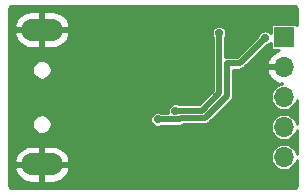
<source format=gbl>
%TF.GenerationSoftware,KiCad,Pcbnew,(5.1.10)-1*%
%TF.CreationDate,2021-07-14T15:21:13+08:00*%
%TF.ProjectId,usb-ttl,7573622d-7474-46c2-9e6b-696361645f70,rev?*%
%TF.SameCoordinates,Original*%
%TF.FileFunction,Copper,L2,Bot*%
%TF.FilePolarity,Positive*%
%FSLAX46Y46*%
G04 Gerber Fmt 4.6, Leading zero omitted, Abs format (unit mm)*
G04 Created by KiCad (PCBNEW (5.1.10)-1) date 2021-07-14 15:21:13*
%MOMM*%
%LPD*%
G01*
G04 APERTURE LIST*
%TA.AperFunction,ComponentPad*%
%ADD10O,1.700000X1.700000*%
%TD*%
%TA.AperFunction,ComponentPad*%
%ADD11R,1.700000X1.700000*%
%TD*%
%TA.AperFunction,ComponentPad*%
%ADD12O,3.500000X1.900000*%
%TD*%
%TA.AperFunction,ViaPad*%
%ADD13C,0.700000*%
%TD*%
%TA.AperFunction,Conductor*%
%ADD14C,0.500000*%
%TD*%
%TA.AperFunction,Conductor*%
%ADD15C,0.254000*%
%TD*%
%TA.AperFunction,Conductor*%
%ADD16C,0.100000*%
%TD*%
G04 APERTURE END LIST*
D10*
%TO.P,J2,5*%
%TO.N,+5V*%
X124200000Y-126080000D03*
%TO.P,J2,4*%
%TO.N,/TXD*%
X124200000Y-123540000D03*
%TO.P,J2,3*%
%TO.N,/RXD*%
X124200000Y-121000000D03*
%TO.P,J2,2*%
%TO.N,GND*%
X124200000Y-118460000D03*
D11*
%TO.P,J2,1*%
%TO.N,/RTS*%
X124200000Y-115920000D03*
%TD*%
D12*
%TO.P,J1,5*%
%TO.N,GND*%
X103700000Y-115300000D03*
X103700000Y-126700000D03*
%TD*%
D13*
%TO.N,+5V*%
X115000000Y-122150000D03*
X118700000Y-115600000D03*
%TO.N,/RTS*%
X113500000Y-122900000D03*
X122600000Y-116000000D03*
%TD*%
D14*
%TO.N,+5V*%
X118700000Y-120680748D02*
X118700000Y-115600000D01*
X117230748Y-122150000D02*
X118700000Y-120680748D01*
X115000000Y-122150000D02*
X117230748Y-122150000D01*
%TO.N,/RTS*%
X115459992Y-122800010D02*
X117499990Y-122800010D01*
X119350010Y-120949990D02*
X119350010Y-118149990D01*
X117499990Y-122800010D02*
X119350010Y-120949990D01*
X115360001Y-122900001D02*
X115459992Y-122800010D01*
X114639999Y-122900001D02*
X115360001Y-122900001D01*
X114619999Y-122880001D02*
X114639999Y-122900001D01*
X114600000Y-122900000D02*
X114619999Y-122880001D01*
X113500000Y-122900000D02*
X114600000Y-122900000D01*
X119350010Y-118149990D02*
X120450010Y-118149990D01*
X120450010Y-118149990D02*
X122600000Y-116000000D01*
%TD*%
D15*
%TO.N,GND*%
X125216870Y-113383130D02*
X125298001Y-113481988D01*
X125298001Y-114946362D01*
X125281431Y-114915363D01*
X125246816Y-114873184D01*
X125204637Y-114838569D01*
X125156516Y-114812847D01*
X125104301Y-114797008D01*
X125050000Y-114791660D01*
X123350000Y-114791660D01*
X123295699Y-114797008D01*
X123243484Y-114812847D01*
X123195363Y-114838569D01*
X123153184Y-114873184D01*
X123118569Y-114915363D01*
X123092847Y-114963484D01*
X123077008Y-115015699D01*
X123071660Y-115070000D01*
X123071660Y-115584948D01*
X122999689Y-115512977D01*
X122896996Y-115444360D01*
X122782889Y-115397095D01*
X122661754Y-115373000D01*
X122538246Y-115373000D01*
X122417111Y-115397095D01*
X122303004Y-115444360D01*
X122200311Y-115512977D01*
X122112977Y-115600311D01*
X122044360Y-115703004D01*
X121997095Y-115817111D01*
X121987038Y-115867672D01*
X120231721Y-117622990D01*
X119375891Y-117622990D01*
X119350010Y-117620441D01*
X119324129Y-117622990D01*
X119246700Y-117630616D01*
X119227000Y-117636592D01*
X119227000Y-115939859D01*
X119255640Y-115896996D01*
X119302905Y-115782889D01*
X119327000Y-115661754D01*
X119327000Y-115538246D01*
X119302905Y-115417111D01*
X119255640Y-115303004D01*
X119187023Y-115200311D01*
X119099689Y-115112977D01*
X118996996Y-115044360D01*
X118882889Y-114997095D01*
X118761754Y-114973000D01*
X118638246Y-114973000D01*
X118517111Y-114997095D01*
X118403004Y-115044360D01*
X118300311Y-115112977D01*
X118212977Y-115200311D01*
X118144360Y-115303004D01*
X118097095Y-115417111D01*
X118073000Y-115538246D01*
X118073000Y-115661754D01*
X118097095Y-115782889D01*
X118144360Y-115896996D01*
X118173001Y-115939860D01*
X118173000Y-120462458D01*
X117012459Y-121623000D01*
X115339859Y-121623000D01*
X115296996Y-121594360D01*
X115182889Y-121547095D01*
X115061754Y-121523000D01*
X114938246Y-121523000D01*
X114817111Y-121547095D01*
X114703004Y-121594360D01*
X114600311Y-121662977D01*
X114512977Y-121750311D01*
X114444360Y-121853004D01*
X114397095Y-121967111D01*
X114373000Y-122088246D01*
X114373000Y-122211754D01*
X114397095Y-122332889D01*
X114413710Y-122373000D01*
X113839859Y-122373000D01*
X113796996Y-122344360D01*
X113682889Y-122297095D01*
X113561754Y-122273000D01*
X113438246Y-122273000D01*
X113317111Y-122297095D01*
X113203004Y-122344360D01*
X113100311Y-122412977D01*
X113012977Y-122500311D01*
X112944360Y-122603004D01*
X112897095Y-122717111D01*
X112873000Y-122838246D01*
X112873000Y-122961754D01*
X112897095Y-123082889D01*
X112944360Y-123196996D01*
X113012977Y-123299689D01*
X113100311Y-123387023D01*
X113203004Y-123455640D01*
X113317111Y-123502905D01*
X113438246Y-123527000D01*
X113561754Y-123527000D01*
X113682889Y-123502905D01*
X113796996Y-123455640D01*
X113839859Y-123427000D01*
X114574119Y-123427000D01*
X114600000Y-123429549D01*
X114619995Y-123427580D01*
X114639998Y-123429550D01*
X114665876Y-123427001D01*
X115334120Y-123427001D01*
X115360001Y-123429550D01*
X115385882Y-123427001D01*
X115463311Y-123419375D01*
X115562651Y-123389240D01*
X115654203Y-123340305D01*
X115670403Y-123327010D01*
X117474109Y-123327010D01*
X117499990Y-123329559D01*
X117525871Y-123327010D01*
X117603300Y-123319384D01*
X117702640Y-123289249D01*
X117794192Y-123240314D01*
X117874438Y-123174458D01*
X117890945Y-123154344D01*
X119704349Y-121340941D01*
X119724458Y-121324438D01*
X119790314Y-121244192D01*
X119839249Y-121152640D01*
X119869384Y-121053300D01*
X119877010Y-120975871D01*
X119877010Y-120975869D01*
X119879559Y-120949991D01*
X119877010Y-120924113D01*
X119877010Y-118676990D01*
X120424129Y-118676990D01*
X120450010Y-118679539D01*
X120475891Y-118676990D01*
X120553320Y-118669364D01*
X120652660Y-118639229D01*
X120744212Y-118590294D01*
X120824458Y-118524438D01*
X120840965Y-118504324D01*
X122732328Y-116612962D01*
X122782889Y-116602905D01*
X122896996Y-116555640D01*
X122999689Y-116487023D01*
X123071660Y-116415052D01*
X123071660Y-116770000D01*
X123077008Y-116824301D01*
X123092847Y-116876516D01*
X123118569Y-116924637D01*
X123153184Y-116966816D01*
X123195363Y-117001431D01*
X123243484Y-117027153D01*
X123295699Y-117042992D01*
X123350000Y-117048340D01*
X123759042Y-117048340D01*
X123568748Y-117115843D01*
X123318645Y-117264822D01*
X123102412Y-117459731D01*
X122928359Y-117693080D01*
X122803175Y-117955901D01*
X122758524Y-118103110D01*
X122879845Y-118333000D01*
X124073000Y-118333000D01*
X124073000Y-118313000D01*
X124327000Y-118313000D01*
X124327000Y-118333000D01*
X124347000Y-118333000D01*
X124347000Y-118587000D01*
X124327000Y-118587000D01*
X124327000Y-118607000D01*
X124073000Y-118607000D01*
X124073000Y-118587000D01*
X122879845Y-118587000D01*
X122758524Y-118816890D01*
X122803175Y-118964099D01*
X122928359Y-119226920D01*
X123102412Y-119460269D01*
X123318645Y-119655178D01*
X123568748Y-119804157D01*
X123843109Y-119901481D01*
X124072998Y-119780815D01*
X124072998Y-119876183D01*
X123871266Y-119916310D01*
X123666165Y-120001266D01*
X123481579Y-120124602D01*
X123324602Y-120281579D01*
X123201266Y-120466165D01*
X123116310Y-120671266D01*
X123073000Y-120889000D01*
X123073000Y-121111000D01*
X123116310Y-121328734D01*
X123201266Y-121533835D01*
X123324602Y-121718421D01*
X123481579Y-121875398D01*
X123666165Y-121998734D01*
X123871266Y-122083690D01*
X124089000Y-122127000D01*
X124311000Y-122127000D01*
X124528734Y-122083690D01*
X124733835Y-121998734D01*
X124918421Y-121875398D01*
X125075398Y-121718421D01*
X125198734Y-121533835D01*
X125283690Y-121328734D01*
X125298000Y-121256790D01*
X125298000Y-123283209D01*
X125283690Y-123211266D01*
X125198734Y-123006165D01*
X125075398Y-122821579D01*
X124918421Y-122664602D01*
X124733835Y-122541266D01*
X124528734Y-122456310D01*
X124311000Y-122413000D01*
X124089000Y-122413000D01*
X123871266Y-122456310D01*
X123666165Y-122541266D01*
X123481579Y-122664602D01*
X123324602Y-122821579D01*
X123201266Y-123006165D01*
X123116310Y-123211266D01*
X123073000Y-123429000D01*
X123073000Y-123651000D01*
X123116310Y-123868734D01*
X123201266Y-124073835D01*
X123324602Y-124258421D01*
X123481579Y-124415398D01*
X123666165Y-124538734D01*
X123871266Y-124623690D01*
X124089000Y-124667000D01*
X124311000Y-124667000D01*
X124528734Y-124623690D01*
X124733835Y-124538734D01*
X124918421Y-124415398D01*
X125075398Y-124258421D01*
X125198734Y-124073835D01*
X125283690Y-123868734D01*
X125298000Y-123796791D01*
X125298000Y-125823208D01*
X125283690Y-125751266D01*
X125198734Y-125546165D01*
X125075398Y-125361579D01*
X124918421Y-125204602D01*
X124733835Y-125081266D01*
X124528734Y-124996310D01*
X124311000Y-124953000D01*
X124089000Y-124953000D01*
X123871266Y-124996310D01*
X123666165Y-125081266D01*
X123481579Y-125204602D01*
X123324602Y-125361579D01*
X123201266Y-125546165D01*
X123116310Y-125751266D01*
X123073000Y-125969000D01*
X123073000Y-126191000D01*
X123116310Y-126408734D01*
X123201266Y-126613835D01*
X123324602Y-126798421D01*
X123481579Y-126955398D01*
X123666165Y-127078734D01*
X123871266Y-127163690D01*
X124089000Y-127207000D01*
X124311000Y-127207000D01*
X124528734Y-127163690D01*
X124733835Y-127078734D01*
X124918421Y-126955398D01*
X125075398Y-126798421D01*
X125198734Y-126613835D01*
X125283690Y-126408734D01*
X125298000Y-126336792D01*
X125298000Y-128518013D01*
X125216870Y-128616870D01*
X125118013Y-128698000D01*
X101081987Y-128698000D01*
X100983130Y-128616870D01*
X100902000Y-128518013D01*
X100902000Y-127072588D01*
X101359414Y-127072588D01*
X101387051Y-127189221D01*
X101511564Y-127474983D01*
X101689434Y-127730962D01*
X101913825Y-127947322D01*
X102176114Y-128115748D01*
X102466222Y-128229768D01*
X102773000Y-128285000D01*
X103573000Y-128285000D01*
X103573000Y-126827000D01*
X103827000Y-126827000D01*
X103827000Y-128285000D01*
X104627000Y-128285000D01*
X104933778Y-128229768D01*
X105223886Y-128115748D01*
X105486175Y-127947322D01*
X105710566Y-127730962D01*
X105888436Y-127474983D01*
X106012949Y-127189221D01*
X106040586Y-127072588D01*
X105920584Y-126827000D01*
X103827000Y-126827000D01*
X103573000Y-126827000D01*
X101479416Y-126827000D01*
X101359414Y-127072588D01*
X100902000Y-127072588D01*
X100902000Y-126327412D01*
X101359414Y-126327412D01*
X101479416Y-126573000D01*
X103573000Y-126573000D01*
X103573000Y-125115000D01*
X103827000Y-125115000D01*
X103827000Y-126573000D01*
X105920584Y-126573000D01*
X106040586Y-126327412D01*
X106012949Y-126210779D01*
X105888436Y-125925017D01*
X105710566Y-125669038D01*
X105486175Y-125452678D01*
X105223886Y-125284252D01*
X104933778Y-125170232D01*
X104627000Y-125115000D01*
X103827000Y-125115000D01*
X103573000Y-125115000D01*
X102773000Y-125115000D01*
X102466222Y-125170232D01*
X102176114Y-125284252D01*
X101913825Y-125452678D01*
X101689434Y-125669038D01*
X101511564Y-125925017D01*
X101387051Y-126210779D01*
X101359414Y-126327412D01*
X100902000Y-126327412D01*
X100902000Y-123218548D01*
X102873000Y-123218548D01*
X102873000Y-123381452D01*
X102904782Y-123541227D01*
X102967123Y-123691731D01*
X103057628Y-123827181D01*
X103172819Y-123942372D01*
X103308269Y-124032877D01*
X103458773Y-124095218D01*
X103618548Y-124127000D01*
X103781452Y-124127000D01*
X103941227Y-124095218D01*
X104091731Y-124032877D01*
X104227181Y-123942372D01*
X104342372Y-123827181D01*
X104432877Y-123691731D01*
X104495218Y-123541227D01*
X104527000Y-123381452D01*
X104527000Y-123218548D01*
X104495218Y-123058773D01*
X104432877Y-122908269D01*
X104342372Y-122772819D01*
X104227181Y-122657628D01*
X104091731Y-122567123D01*
X103941227Y-122504782D01*
X103781452Y-122473000D01*
X103618548Y-122473000D01*
X103458773Y-122504782D01*
X103308269Y-122567123D01*
X103172819Y-122657628D01*
X103057628Y-122772819D01*
X102967123Y-122908269D01*
X102904782Y-123058773D01*
X102873000Y-123218548D01*
X100902000Y-123218548D01*
X100902000Y-118618548D01*
X102873000Y-118618548D01*
X102873000Y-118781452D01*
X102904782Y-118941227D01*
X102967123Y-119091731D01*
X103057628Y-119227181D01*
X103172819Y-119342372D01*
X103308269Y-119432877D01*
X103458773Y-119495218D01*
X103618548Y-119527000D01*
X103781452Y-119527000D01*
X103941227Y-119495218D01*
X104091731Y-119432877D01*
X104227181Y-119342372D01*
X104342372Y-119227181D01*
X104432877Y-119091731D01*
X104495218Y-118941227D01*
X104527000Y-118781452D01*
X104527000Y-118618548D01*
X104495218Y-118458773D01*
X104432877Y-118308269D01*
X104342372Y-118172819D01*
X104227181Y-118057628D01*
X104091731Y-117967123D01*
X103941227Y-117904782D01*
X103781452Y-117873000D01*
X103618548Y-117873000D01*
X103458773Y-117904782D01*
X103308269Y-117967123D01*
X103172819Y-118057628D01*
X103057628Y-118172819D01*
X102967123Y-118308269D01*
X102904782Y-118458773D01*
X102873000Y-118618548D01*
X100902000Y-118618548D01*
X100902000Y-115672588D01*
X101359414Y-115672588D01*
X101387051Y-115789221D01*
X101511564Y-116074983D01*
X101689434Y-116330962D01*
X101913825Y-116547322D01*
X102176114Y-116715748D01*
X102466222Y-116829768D01*
X102773000Y-116885000D01*
X103573000Y-116885000D01*
X103573000Y-115427000D01*
X103827000Y-115427000D01*
X103827000Y-116885000D01*
X104627000Y-116885000D01*
X104933778Y-116829768D01*
X105223886Y-116715748D01*
X105486175Y-116547322D01*
X105710566Y-116330962D01*
X105888436Y-116074983D01*
X106012949Y-115789221D01*
X106040586Y-115672588D01*
X105920584Y-115427000D01*
X103827000Y-115427000D01*
X103573000Y-115427000D01*
X101479416Y-115427000D01*
X101359414Y-115672588D01*
X100902000Y-115672588D01*
X100902000Y-114927412D01*
X101359414Y-114927412D01*
X101479416Y-115173000D01*
X103573000Y-115173000D01*
X103573000Y-113715000D01*
X103827000Y-113715000D01*
X103827000Y-115173000D01*
X105920584Y-115173000D01*
X106040586Y-114927412D01*
X106012949Y-114810779D01*
X105888436Y-114525017D01*
X105710566Y-114269038D01*
X105486175Y-114052678D01*
X105223886Y-113884252D01*
X104933778Y-113770232D01*
X104627000Y-113715000D01*
X103827000Y-113715000D01*
X103573000Y-113715000D01*
X102773000Y-113715000D01*
X102466222Y-113770232D01*
X102176114Y-113884252D01*
X101913825Y-114052678D01*
X101689434Y-114269038D01*
X101511564Y-114525017D01*
X101387051Y-114810779D01*
X101359414Y-114927412D01*
X100902000Y-114927412D01*
X100902000Y-113481987D01*
X100983130Y-113383130D01*
X101081987Y-113302000D01*
X125118013Y-113302000D01*
X125216870Y-113383130D01*
%TA.AperFunction,Conductor*%
D16*
G36*
X125216870Y-113383130D02*
G01*
X125298001Y-113481988D01*
X125298001Y-114946362D01*
X125281431Y-114915363D01*
X125246816Y-114873184D01*
X125204637Y-114838569D01*
X125156516Y-114812847D01*
X125104301Y-114797008D01*
X125050000Y-114791660D01*
X123350000Y-114791660D01*
X123295699Y-114797008D01*
X123243484Y-114812847D01*
X123195363Y-114838569D01*
X123153184Y-114873184D01*
X123118569Y-114915363D01*
X123092847Y-114963484D01*
X123077008Y-115015699D01*
X123071660Y-115070000D01*
X123071660Y-115584948D01*
X122999689Y-115512977D01*
X122896996Y-115444360D01*
X122782889Y-115397095D01*
X122661754Y-115373000D01*
X122538246Y-115373000D01*
X122417111Y-115397095D01*
X122303004Y-115444360D01*
X122200311Y-115512977D01*
X122112977Y-115600311D01*
X122044360Y-115703004D01*
X121997095Y-115817111D01*
X121987038Y-115867672D01*
X120231721Y-117622990D01*
X119375891Y-117622990D01*
X119350010Y-117620441D01*
X119324129Y-117622990D01*
X119246700Y-117630616D01*
X119227000Y-117636592D01*
X119227000Y-115939859D01*
X119255640Y-115896996D01*
X119302905Y-115782889D01*
X119327000Y-115661754D01*
X119327000Y-115538246D01*
X119302905Y-115417111D01*
X119255640Y-115303004D01*
X119187023Y-115200311D01*
X119099689Y-115112977D01*
X118996996Y-115044360D01*
X118882889Y-114997095D01*
X118761754Y-114973000D01*
X118638246Y-114973000D01*
X118517111Y-114997095D01*
X118403004Y-115044360D01*
X118300311Y-115112977D01*
X118212977Y-115200311D01*
X118144360Y-115303004D01*
X118097095Y-115417111D01*
X118073000Y-115538246D01*
X118073000Y-115661754D01*
X118097095Y-115782889D01*
X118144360Y-115896996D01*
X118173001Y-115939860D01*
X118173000Y-120462458D01*
X117012459Y-121623000D01*
X115339859Y-121623000D01*
X115296996Y-121594360D01*
X115182889Y-121547095D01*
X115061754Y-121523000D01*
X114938246Y-121523000D01*
X114817111Y-121547095D01*
X114703004Y-121594360D01*
X114600311Y-121662977D01*
X114512977Y-121750311D01*
X114444360Y-121853004D01*
X114397095Y-121967111D01*
X114373000Y-122088246D01*
X114373000Y-122211754D01*
X114397095Y-122332889D01*
X114413710Y-122373000D01*
X113839859Y-122373000D01*
X113796996Y-122344360D01*
X113682889Y-122297095D01*
X113561754Y-122273000D01*
X113438246Y-122273000D01*
X113317111Y-122297095D01*
X113203004Y-122344360D01*
X113100311Y-122412977D01*
X113012977Y-122500311D01*
X112944360Y-122603004D01*
X112897095Y-122717111D01*
X112873000Y-122838246D01*
X112873000Y-122961754D01*
X112897095Y-123082889D01*
X112944360Y-123196996D01*
X113012977Y-123299689D01*
X113100311Y-123387023D01*
X113203004Y-123455640D01*
X113317111Y-123502905D01*
X113438246Y-123527000D01*
X113561754Y-123527000D01*
X113682889Y-123502905D01*
X113796996Y-123455640D01*
X113839859Y-123427000D01*
X114574119Y-123427000D01*
X114600000Y-123429549D01*
X114619995Y-123427580D01*
X114639998Y-123429550D01*
X114665876Y-123427001D01*
X115334120Y-123427001D01*
X115360001Y-123429550D01*
X115385882Y-123427001D01*
X115463311Y-123419375D01*
X115562651Y-123389240D01*
X115654203Y-123340305D01*
X115670403Y-123327010D01*
X117474109Y-123327010D01*
X117499990Y-123329559D01*
X117525871Y-123327010D01*
X117603300Y-123319384D01*
X117702640Y-123289249D01*
X117794192Y-123240314D01*
X117874438Y-123174458D01*
X117890945Y-123154344D01*
X119704349Y-121340941D01*
X119724458Y-121324438D01*
X119790314Y-121244192D01*
X119839249Y-121152640D01*
X119869384Y-121053300D01*
X119877010Y-120975871D01*
X119877010Y-120975869D01*
X119879559Y-120949991D01*
X119877010Y-120924113D01*
X119877010Y-118676990D01*
X120424129Y-118676990D01*
X120450010Y-118679539D01*
X120475891Y-118676990D01*
X120553320Y-118669364D01*
X120652660Y-118639229D01*
X120744212Y-118590294D01*
X120824458Y-118524438D01*
X120840965Y-118504324D01*
X122732328Y-116612962D01*
X122782889Y-116602905D01*
X122896996Y-116555640D01*
X122999689Y-116487023D01*
X123071660Y-116415052D01*
X123071660Y-116770000D01*
X123077008Y-116824301D01*
X123092847Y-116876516D01*
X123118569Y-116924637D01*
X123153184Y-116966816D01*
X123195363Y-117001431D01*
X123243484Y-117027153D01*
X123295699Y-117042992D01*
X123350000Y-117048340D01*
X123759042Y-117048340D01*
X123568748Y-117115843D01*
X123318645Y-117264822D01*
X123102412Y-117459731D01*
X122928359Y-117693080D01*
X122803175Y-117955901D01*
X122758524Y-118103110D01*
X122879845Y-118333000D01*
X124073000Y-118333000D01*
X124073000Y-118313000D01*
X124327000Y-118313000D01*
X124327000Y-118333000D01*
X124347000Y-118333000D01*
X124347000Y-118587000D01*
X124327000Y-118587000D01*
X124327000Y-118607000D01*
X124073000Y-118607000D01*
X124073000Y-118587000D01*
X122879845Y-118587000D01*
X122758524Y-118816890D01*
X122803175Y-118964099D01*
X122928359Y-119226920D01*
X123102412Y-119460269D01*
X123318645Y-119655178D01*
X123568748Y-119804157D01*
X123843109Y-119901481D01*
X124072998Y-119780815D01*
X124072998Y-119876183D01*
X123871266Y-119916310D01*
X123666165Y-120001266D01*
X123481579Y-120124602D01*
X123324602Y-120281579D01*
X123201266Y-120466165D01*
X123116310Y-120671266D01*
X123073000Y-120889000D01*
X123073000Y-121111000D01*
X123116310Y-121328734D01*
X123201266Y-121533835D01*
X123324602Y-121718421D01*
X123481579Y-121875398D01*
X123666165Y-121998734D01*
X123871266Y-122083690D01*
X124089000Y-122127000D01*
X124311000Y-122127000D01*
X124528734Y-122083690D01*
X124733835Y-121998734D01*
X124918421Y-121875398D01*
X125075398Y-121718421D01*
X125198734Y-121533835D01*
X125283690Y-121328734D01*
X125298000Y-121256790D01*
X125298000Y-123283209D01*
X125283690Y-123211266D01*
X125198734Y-123006165D01*
X125075398Y-122821579D01*
X124918421Y-122664602D01*
X124733835Y-122541266D01*
X124528734Y-122456310D01*
X124311000Y-122413000D01*
X124089000Y-122413000D01*
X123871266Y-122456310D01*
X123666165Y-122541266D01*
X123481579Y-122664602D01*
X123324602Y-122821579D01*
X123201266Y-123006165D01*
X123116310Y-123211266D01*
X123073000Y-123429000D01*
X123073000Y-123651000D01*
X123116310Y-123868734D01*
X123201266Y-124073835D01*
X123324602Y-124258421D01*
X123481579Y-124415398D01*
X123666165Y-124538734D01*
X123871266Y-124623690D01*
X124089000Y-124667000D01*
X124311000Y-124667000D01*
X124528734Y-124623690D01*
X124733835Y-124538734D01*
X124918421Y-124415398D01*
X125075398Y-124258421D01*
X125198734Y-124073835D01*
X125283690Y-123868734D01*
X125298000Y-123796791D01*
X125298000Y-125823208D01*
X125283690Y-125751266D01*
X125198734Y-125546165D01*
X125075398Y-125361579D01*
X124918421Y-125204602D01*
X124733835Y-125081266D01*
X124528734Y-124996310D01*
X124311000Y-124953000D01*
X124089000Y-124953000D01*
X123871266Y-124996310D01*
X123666165Y-125081266D01*
X123481579Y-125204602D01*
X123324602Y-125361579D01*
X123201266Y-125546165D01*
X123116310Y-125751266D01*
X123073000Y-125969000D01*
X123073000Y-126191000D01*
X123116310Y-126408734D01*
X123201266Y-126613835D01*
X123324602Y-126798421D01*
X123481579Y-126955398D01*
X123666165Y-127078734D01*
X123871266Y-127163690D01*
X124089000Y-127207000D01*
X124311000Y-127207000D01*
X124528734Y-127163690D01*
X124733835Y-127078734D01*
X124918421Y-126955398D01*
X125075398Y-126798421D01*
X125198734Y-126613835D01*
X125283690Y-126408734D01*
X125298000Y-126336792D01*
X125298000Y-128518013D01*
X125216870Y-128616870D01*
X125118013Y-128698000D01*
X101081987Y-128698000D01*
X100983130Y-128616870D01*
X100902000Y-128518013D01*
X100902000Y-127072588D01*
X101359414Y-127072588D01*
X101387051Y-127189221D01*
X101511564Y-127474983D01*
X101689434Y-127730962D01*
X101913825Y-127947322D01*
X102176114Y-128115748D01*
X102466222Y-128229768D01*
X102773000Y-128285000D01*
X103573000Y-128285000D01*
X103573000Y-126827000D01*
X103827000Y-126827000D01*
X103827000Y-128285000D01*
X104627000Y-128285000D01*
X104933778Y-128229768D01*
X105223886Y-128115748D01*
X105486175Y-127947322D01*
X105710566Y-127730962D01*
X105888436Y-127474983D01*
X106012949Y-127189221D01*
X106040586Y-127072588D01*
X105920584Y-126827000D01*
X103827000Y-126827000D01*
X103573000Y-126827000D01*
X101479416Y-126827000D01*
X101359414Y-127072588D01*
X100902000Y-127072588D01*
X100902000Y-126327412D01*
X101359414Y-126327412D01*
X101479416Y-126573000D01*
X103573000Y-126573000D01*
X103573000Y-125115000D01*
X103827000Y-125115000D01*
X103827000Y-126573000D01*
X105920584Y-126573000D01*
X106040586Y-126327412D01*
X106012949Y-126210779D01*
X105888436Y-125925017D01*
X105710566Y-125669038D01*
X105486175Y-125452678D01*
X105223886Y-125284252D01*
X104933778Y-125170232D01*
X104627000Y-125115000D01*
X103827000Y-125115000D01*
X103573000Y-125115000D01*
X102773000Y-125115000D01*
X102466222Y-125170232D01*
X102176114Y-125284252D01*
X101913825Y-125452678D01*
X101689434Y-125669038D01*
X101511564Y-125925017D01*
X101387051Y-126210779D01*
X101359414Y-126327412D01*
X100902000Y-126327412D01*
X100902000Y-123218548D01*
X102873000Y-123218548D01*
X102873000Y-123381452D01*
X102904782Y-123541227D01*
X102967123Y-123691731D01*
X103057628Y-123827181D01*
X103172819Y-123942372D01*
X103308269Y-124032877D01*
X103458773Y-124095218D01*
X103618548Y-124127000D01*
X103781452Y-124127000D01*
X103941227Y-124095218D01*
X104091731Y-124032877D01*
X104227181Y-123942372D01*
X104342372Y-123827181D01*
X104432877Y-123691731D01*
X104495218Y-123541227D01*
X104527000Y-123381452D01*
X104527000Y-123218548D01*
X104495218Y-123058773D01*
X104432877Y-122908269D01*
X104342372Y-122772819D01*
X104227181Y-122657628D01*
X104091731Y-122567123D01*
X103941227Y-122504782D01*
X103781452Y-122473000D01*
X103618548Y-122473000D01*
X103458773Y-122504782D01*
X103308269Y-122567123D01*
X103172819Y-122657628D01*
X103057628Y-122772819D01*
X102967123Y-122908269D01*
X102904782Y-123058773D01*
X102873000Y-123218548D01*
X100902000Y-123218548D01*
X100902000Y-118618548D01*
X102873000Y-118618548D01*
X102873000Y-118781452D01*
X102904782Y-118941227D01*
X102967123Y-119091731D01*
X103057628Y-119227181D01*
X103172819Y-119342372D01*
X103308269Y-119432877D01*
X103458773Y-119495218D01*
X103618548Y-119527000D01*
X103781452Y-119527000D01*
X103941227Y-119495218D01*
X104091731Y-119432877D01*
X104227181Y-119342372D01*
X104342372Y-119227181D01*
X104432877Y-119091731D01*
X104495218Y-118941227D01*
X104527000Y-118781452D01*
X104527000Y-118618548D01*
X104495218Y-118458773D01*
X104432877Y-118308269D01*
X104342372Y-118172819D01*
X104227181Y-118057628D01*
X104091731Y-117967123D01*
X103941227Y-117904782D01*
X103781452Y-117873000D01*
X103618548Y-117873000D01*
X103458773Y-117904782D01*
X103308269Y-117967123D01*
X103172819Y-118057628D01*
X103057628Y-118172819D01*
X102967123Y-118308269D01*
X102904782Y-118458773D01*
X102873000Y-118618548D01*
X100902000Y-118618548D01*
X100902000Y-115672588D01*
X101359414Y-115672588D01*
X101387051Y-115789221D01*
X101511564Y-116074983D01*
X101689434Y-116330962D01*
X101913825Y-116547322D01*
X102176114Y-116715748D01*
X102466222Y-116829768D01*
X102773000Y-116885000D01*
X103573000Y-116885000D01*
X103573000Y-115427000D01*
X103827000Y-115427000D01*
X103827000Y-116885000D01*
X104627000Y-116885000D01*
X104933778Y-116829768D01*
X105223886Y-116715748D01*
X105486175Y-116547322D01*
X105710566Y-116330962D01*
X105888436Y-116074983D01*
X106012949Y-115789221D01*
X106040586Y-115672588D01*
X105920584Y-115427000D01*
X103827000Y-115427000D01*
X103573000Y-115427000D01*
X101479416Y-115427000D01*
X101359414Y-115672588D01*
X100902000Y-115672588D01*
X100902000Y-114927412D01*
X101359414Y-114927412D01*
X101479416Y-115173000D01*
X103573000Y-115173000D01*
X103573000Y-113715000D01*
X103827000Y-113715000D01*
X103827000Y-115173000D01*
X105920584Y-115173000D01*
X106040586Y-114927412D01*
X106012949Y-114810779D01*
X105888436Y-114525017D01*
X105710566Y-114269038D01*
X105486175Y-114052678D01*
X105223886Y-113884252D01*
X104933778Y-113770232D01*
X104627000Y-113715000D01*
X103827000Y-113715000D01*
X103573000Y-113715000D01*
X102773000Y-113715000D01*
X102466222Y-113770232D01*
X102176114Y-113884252D01*
X101913825Y-114052678D01*
X101689434Y-114269038D01*
X101511564Y-114525017D01*
X101387051Y-114810779D01*
X101359414Y-114927412D01*
X100902000Y-114927412D01*
X100902000Y-113481987D01*
X100983130Y-113383130D01*
X101081987Y-113302000D01*
X125118013Y-113302000D01*
X125216870Y-113383130D01*
G37*
%TD.AperFunction*%
%TD*%
M02*

</source>
